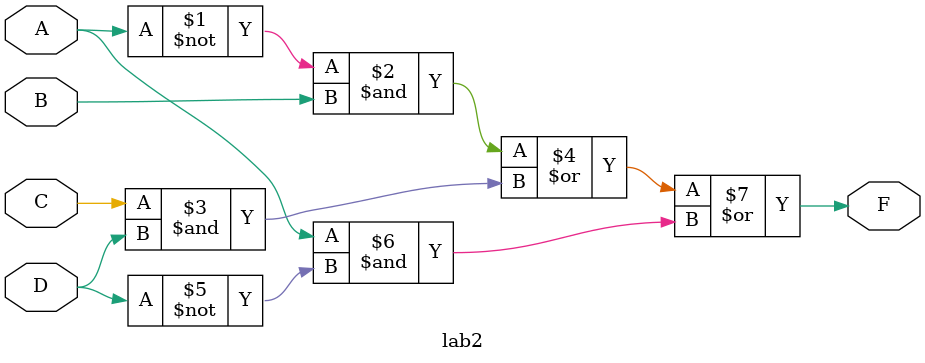
<source format=v>
module lab2 (
    input  wire A,
    input  wire B,
    input  wire C,
    input  wire D,
    output wire F
);

assign F = (~A & B) | (C & D) | (A & ~D);

endmodule

</source>
